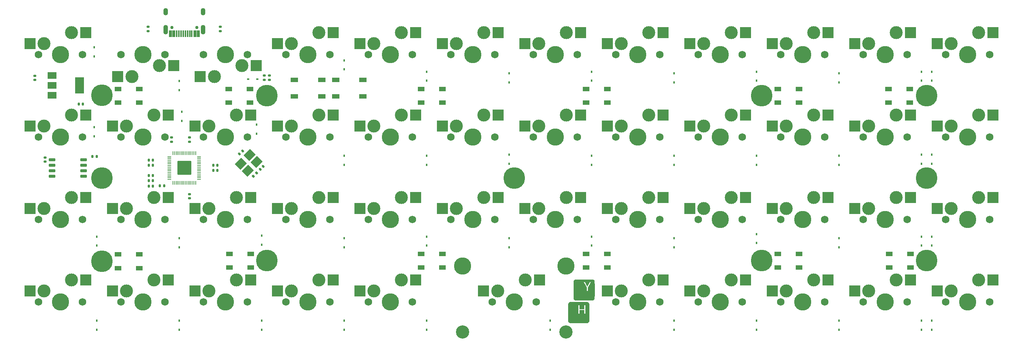
<source format=gbr>
%TF.GenerationSoftware,KiCad,Pcbnew,(6.0.0)*%
%TF.CreationDate,2023-08-19T11:13:56+07:00*%
%TF.ProjectId,pacman,7061636d-616e-42e6-9b69-6361645f7063,rev?*%
%TF.SameCoordinates,Original*%
%TF.FileFunction,Soldermask,Bot*%
%TF.FilePolarity,Negative*%
%FSLAX46Y46*%
G04 Gerber Fmt 4.6, Leading zero omitted, Abs format (unit mm)*
G04 Created by KiCad (PCBNEW (6.0.0)) date 2023-08-19 11:13:56*
%MOMM*%
%LPD*%
G01*
G04 APERTURE LIST*
G04 Aperture macros list*
%AMRoundRect*
0 Rectangle with rounded corners*
0 $1 Rounding radius*
0 $2 $3 $4 $5 $6 $7 $8 $9 X,Y pos of 4 corners*
0 Add a 4 corners polygon primitive as box body*
4,1,4,$2,$3,$4,$5,$6,$7,$8,$9,$2,$3,0*
0 Add four circle primitives for the rounded corners*
1,1,$1+$1,$2,$3*
1,1,$1+$1,$4,$5*
1,1,$1+$1,$6,$7*
1,1,$1+$1,$8,$9*
0 Add four rect primitives between the rounded corners*
20,1,$1+$1,$2,$3,$4,$5,0*
20,1,$1+$1,$4,$5,$6,$7,0*
20,1,$1+$1,$6,$7,$8,$9,0*
20,1,$1+$1,$8,$9,$2,$3,0*%
%AMRotRect*
0 Rectangle, with rotation*
0 The origin of the aperture is its center*
0 $1 length*
0 $2 width*
0 $3 Rotation angle, in degrees counterclockwise*
0 Add horizontal line*
21,1,$1,$2,0,0,$3*%
G04 Aperture macros list end*
%ADD10C,0.010000*%
%ADD11C,3.987800*%
%ADD12C,1.750000*%
%ADD13C,3.000000*%
%ADD14R,2.550000X2.500000*%
%ADD15C,5.000000*%
%ADD16C,3.048000*%
%ADD17R,0.450000X0.600000*%
%ADD18RoundRect,0.140000X-0.140000X-0.170000X0.140000X-0.170000X0.140000X0.170000X-0.140000X0.170000X0*%
%ADD19RoundRect,0.050000X-0.050000X0.387500X-0.050000X-0.387500X0.050000X-0.387500X0.050000X0.387500X0*%
%ADD20RoundRect,0.050000X-0.387500X0.050000X-0.387500X-0.050000X0.387500X-0.050000X0.387500X0.050000X0*%
%ADD21RoundRect,0.144000X-1.456000X1.456000X-1.456000X-1.456000X1.456000X-1.456000X1.456000X1.456000X0*%
%ADD22RoundRect,0.135000X-0.185000X0.135000X-0.185000X-0.135000X0.185000X-0.135000X0.185000X0.135000X0*%
%ADD23RoundRect,0.140000X0.170000X-0.140000X0.170000X0.140000X-0.170000X0.140000X-0.170000X-0.140000X0*%
%ADD24R,1.500000X1.000000*%
%ADD25RoundRect,0.135000X0.185000X-0.135000X0.185000X0.135000X-0.185000X0.135000X-0.185000X-0.135000X0*%
%ADD26RotRect,2.100000X1.800000X45.000000*%
%ADD27RoundRect,0.140000X-0.170000X0.140000X-0.170000X-0.140000X0.170000X-0.140000X0.170000X0.140000X0*%
%ADD28R,0.600000X0.450000*%
%ADD29RoundRect,0.140000X0.021213X-0.219203X0.219203X-0.021213X-0.021213X0.219203X-0.219203X0.021213X0*%
%ADD30RoundRect,0.140000X-0.021213X0.219203X-0.219203X0.021213X0.021213X-0.219203X0.219203X-0.021213X0*%
%ADD31RoundRect,0.150000X0.650000X0.150000X-0.650000X0.150000X-0.650000X-0.150000X0.650000X-0.150000X0*%
%ADD32C,0.750000*%
%ADD33RoundRect,0.050000X-0.300000X-0.725000X0.300000X-0.725000X0.300000X0.725000X-0.300000X0.725000X0*%
%ADD34RoundRect,0.050000X-0.150000X-0.725000X0.150000X-0.725000X0.150000X0.725000X-0.150000X0.725000X0*%
%ADD35O,1.100000X1.700000*%
%ADD36O,1.100000X2.200000*%
%ADD37RoundRect,0.140000X0.140000X0.170000X-0.140000X0.170000X-0.140000X-0.170000X0.140000X-0.170000X0*%
%ADD38R,2.000000X1.500000*%
%ADD39R,2.000000X3.800000*%
%ADD40RoundRect,0.135000X-0.035355X0.226274X-0.226274X0.035355X0.035355X-0.226274X0.226274X-0.035355X0*%
%ADD41R,1.700000X1.000000*%
%ADD42RoundRect,0.135000X0.135000X0.185000X-0.135000X0.185000X-0.135000X-0.185000X0.135000X-0.185000X0*%
G04 APERTURE END LIST*
D10*
%TO.C,Ref\u002A\u002A*%
X146164389Y-79389158D02*
X146043295Y-79471818D01*
X146043295Y-79471818D02*
X145949759Y-79585671D01*
X145949759Y-79585671D02*
X145917271Y-79646801D01*
X145917271Y-79646801D02*
X145911566Y-79662564D01*
X145911566Y-79662564D02*
X145906532Y-79685036D01*
X145906532Y-79685036D02*
X145902127Y-79716766D01*
X145902127Y-79716766D02*
X145898312Y-79760300D01*
X145898312Y-79760300D02*
X145895044Y-79818183D01*
X145895044Y-79818183D02*
X145892283Y-79892963D01*
X145892283Y-79892963D02*
X145889986Y-79987187D01*
X145889986Y-79987187D02*
X145888115Y-80103401D01*
X145888115Y-80103401D02*
X145886626Y-80244151D01*
X145886626Y-80244151D02*
X145885479Y-80411984D01*
X145885479Y-80411984D02*
X145884633Y-80609448D01*
X145884633Y-80609448D02*
X145884047Y-80839087D01*
X145884047Y-80839087D02*
X145883680Y-81103450D01*
X145883680Y-81103450D02*
X145883490Y-81405083D01*
X145883490Y-81405083D02*
X145883437Y-81742301D01*
X145883437Y-81742301D02*
X145883437Y-83763718D01*
X145883437Y-83763718D02*
X145929529Y-83849828D01*
X145929529Y-83849828D02*
X145992654Y-83941112D01*
X145992654Y-83941112D02*
X146075011Y-84023327D01*
X146075011Y-84023327D02*
X146163977Y-84085330D01*
X146163977Y-84085330D02*
X146225897Y-84111441D01*
X146225897Y-84111441D02*
X146262815Y-84115877D01*
X146262815Y-84115877D02*
X146339987Y-84119816D01*
X146339987Y-84119816D02*
X146457652Y-84123262D01*
X146457652Y-84123262D02*
X146616051Y-84126217D01*
X146616051Y-84126217D02*
X146815422Y-84128683D01*
X146815422Y-84128683D02*
X147056005Y-84130663D01*
X147056005Y-84130663D02*
X147338039Y-84132160D01*
X147338039Y-84132160D02*
X147661765Y-84133177D01*
X147661765Y-84133177D02*
X148027421Y-84133715D01*
X148027421Y-84133715D02*
X148296437Y-84133809D01*
X148296437Y-84133809D02*
X150286103Y-84133721D01*
X150286103Y-84133721D02*
X150391937Y-84083812D01*
X150391937Y-84083812D02*
X150493832Y-84024967D01*
X150493832Y-84024967D02*
X150567344Y-83953027D01*
X150567344Y-83953027D02*
X150625904Y-83854317D01*
X150625904Y-83854317D02*
X150633575Y-83837801D01*
X150633575Y-83837801D02*
X150640839Y-83821000D01*
X150640839Y-83821000D02*
X150647239Y-83802864D01*
X150647239Y-83802864D02*
X150652832Y-83780751D01*
X150652832Y-83780751D02*
X150657673Y-83752019D01*
X150657673Y-83752019D02*
X150661816Y-83714027D01*
X150661816Y-83714027D02*
X150665318Y-83664133D01*
X150665318Y-83664133D02*
X150668233Y-83599695D01*
X150668233Y-83599695D02*
X150670616Y-83518071D01*
X150670616Y-83518071D02*
X150672523Y-83416620D01*
X150672523Y-83416620D02*
X150674009Y-83292700D01*
X150674009Y-83292700D02*
X150675129Y-83143669D01*
X150675129Y-83143669D02*
X150675939Y-82966884D01*
X150675939Y-82966884D02*
X150676493Y-82759705D01*
X150676493Y-82759705D02*
X150676848Y-82519490D01*
X150676848Y-82519490D02*
X150677057Y-82243597D01*
X150677057Y-82243597D02*
X150677177Y-81929384D01*
X150677177Y-81929384D02*
X150677222Y-81750254D01*
X150677222Y-81750254D02*
X150677329Y-81405174D01*
X150677329Y-81405174D02*
X150677378Y-81099834D01*
X150677378Y-81099834D02*
X150677215Y-80831641D01*
X150677215Y-80831641D02*
X150676688Y-80598002D01*
X150676688Y-80598002D02*
X150675644Y-80396323D01*
X150675644Y-80396323D02*
X150673928Y-80224011D01*
X150673928Y-80224011D02*
X150671389Y-80078473D01*
X150671389Y-80078473D02*
X150667872Y-79957116D01*
X150667872Y-79957116D02*
X150665050Y-79896507D01*
X150665050Y-79896507D02*
X149869826Y-79896507D01*
X149869826Y-79896507D02*
X149858558Y-79918541D01*
X149858558Y-79918541D02*
X149829721Y-79973541D01*
X149829721Y-79973541D02*
X149785644Y-80057107D01*
X149785644Y-80057107D02*
X149728653Y-80164839D01*
X149728653Y-80164839D02*
X149661075Y-80292336D01*
X149661075Y-80292336D02*
X149585238Y-80435199D01*
X149585238Y-80435199D02*
X149518812Y-80560177D01*
X149518812Y-80560177D02*
X149174853Y-81206975D01*
X149174853Y-81206975D02*
X149174853Y-81975134D01*
X149174853Y-81975134D02*
X148836187Y-81975134D01*
X148836187Y-81975134D02*
X148836187Y-81230464D01*
X148836187Y-81230464D02*
X148484317Y-80570924D01*
X148484317Y-80570924D02*
X148402355Y-80417333D01*
X148402355Y-80417333D02*
X148326642Y-80275527D01*
X148326642Y-80275527D02*
X148259502Y-80149851D01*
X148259502Y-80149851D02*
X148203257Y-80044648D01*
X148203257Y-80044648D02*
X148160229Y-79964262D01*
X148160229Y-79964262D02*
X148132740Y-79913038D01*
X148132740Y-79913038D02*
X148123235Y-79895509D01*
X148123235Y-79895509D02*
X148138443Y-79888392D01*
X148138443Y-79888392D02*
X148186938Y-79882926D01*
X148186938Y-79882926D02*
X148259679Y-79879944D01*
X148259679Y-79879944D02*
X148295103Y-79879634D01*
X148295103Y-79879634D02*
X148476184Y-79879634D01*
X148476184Y-79879634D02*
X148730353Y-80387634D01*
X148730353Y-80387634D02*
X148798165Y-80522028D01*
X148798165Y-80522028D02*
X148860327Y-80643055D01*
X148860327Y-80643055D02*
X148914227Y-80745806D01*
X148914227Y-80745806D02*
X148957257Y-80825372D01*
X148957257Y-80825372D02*
X148986806Y-80876846D01*
X148986806Y-80876846D02*
X149000264Y-80895318D01*
X149000264Y-80895318D02*
X149000313Y-80895319D01*
X149000313Y-80895319D02*
X149013390Y-80876975D01*
X149013390Y-80876975D02*
X149042216Y-80825422D01*
X149042216Y-80825422D02*
X149084224Y-80745616D01*
X149084224Y-80745616D02*
X149136850Y-80642517D01*
X149136850Y-80642517D02*
X149197529Y-80521080D01*
X149197529Y-80521080D02*
X149263181Y-80387319D01*
X149263181Y-80387319D02*
X149510259Y-79879634D01*
X149510259Y-79879634D02*
X149693570Y-79879634D01*
X149693570Y-79879634D02*
X149774650Y-79881420D01*
X149774650Y-79881420D02*
X149835650Y-79886193D01*
X149835650Y-79886193D02*
X149867432Y-79893079D01*
X149867432Y-79893079D02*
X149869826Y-79896507D01*
X149869826Y-79896507D02*
X150665050Y-79896507D01*
X150665050Y-79896507D02*
X150663226Y-79857347D01*
X150663226Y-79857347D02*
X150657296Y-79776572D01*
X150657296Y-79776572D02*
X150649930Y-79712198D01*
X150649930Y-79712198D02*
X150640975Y-79661631D01*
X150640975Y-79661631D02*
X150630277Y-79622280D01*
X150630277Y-79622280D02*
X150617684Y-79591550D01*
X150617684Y-79591550D02*
X150603042Y-79566848D01*
X150603042Y-79566848D02*
X150586198Y-79545582D01*
X150586198Y-79545582D02*
X150567000Y-79525157D01*
X150567000Y-79525157D02*
X150545293Y-79502981D01*
X150545293Y-79502981D02*
X150544495Y-79502150D01*
X150544495Y-79502150D02*
X150480175Y-79445328D01*
X150480175Y-79445328D02*
X150406969Y-79394255D01*
X150406969Y-79394255D02*
X150391937Y-79385654D01*
X150391937Y-79385654D02*
X150307270Y-79339884D01*
X150307270Y-79339884D02*
X146264437Y-79339884D01*
X146264437Y-79339884D02*
X146164389Y-79389158D01*
X146164389Y-79389158D02*
X146164389Y-79389158D01*
G36*
X150671389Y-80078473D02*
G01*
X150673928Y-80224011D01*
X150675644Y-80396323D01*
X150676688Y-80598002D01*
X150677215Y-80831641D01*
X150677378Y-81099834D01*
X150677329Y-81405174D01*
X150677222Y-81750254D01*
X150677177Y-81929384D01*
X150677057Y-82243597D01*
X150676848Y-82519490D01*
X150676493Y-82759705D01*
X150675939Y-82966884D01*
X150675129Y-83143669D01*
X150674009Y-83292700D01*
X150672523Y-83416620D01*
X150670616Y-83518071D01*
X150668233Y-83599695D01*
X150665318Y-83664133D01*
X150661816Y-83714027D01*
X150657673Y-83752019D01*
X150652832Y-83780751D01*
X150647239Y-83802864D01*
X150640839Y-83821000D01*
X150633575Y-83837801D01*
X150625904Y-83854317D01*
X150567344Y-83953027D01*
X150493832Y-84024967D01*
X150391937Y-84083812D01*
X150286103Y-84133721D01*
X148296437Y-84133809D01*
X148027421Y-84133715D01*
X147661765Y-84133177D01*
X147338039Y-84132160D01*
X147056005Y-84130663D01*
X146815422Y-84128683D01*
X146616051Y-84126217D01*
X146457652Y-84123262D01*
X146339987Y-84119816D01*
X146262815Y-84115877D01*
X146225897Y-84111441D01*
X146163977Y-84085330D01*
X146075011Y-84023327D01*
X145992654Y-83941112D01*
X145929529Y-83849828D01*
X145883437Y-83763718D01*
X145883437Y-81742301D01*
X145883490Y-81405083D01*
X145883680Y-81103450D01*
X145884047Y-80839087D01*
X145884633Y-80609448D01*
X145885479Y-80411984D01*
X145886626Y-80244151D01*
X145888115Y-80103401D01*
X145889986Y-79987187D01*
X145892221Y-79895509D01*
X148123235Y-79895509D01*
X148132740Y-79913038D01*
X148160229Y-79964262D01*
X148203257Y-80044648D01*
X148259502Y-80149851D01*
X148326642Y-80275527D01*
X148402355Y-80417333D01*
X148484317Y-80570924D01*
X148836187Y-81230464D01*
X148836187Y-81975134D01*
X149174853Y-81975134D01*
X149174853Y-81206975D01*
X149518812Y-80560177D01*
X149585238Y-80435199D01*
X149661075Y-80292336D01*
X149728653Y-80164839D01*
X149785644Y-80057107D01*
X149829721Y-79973541D01*
X149858558Y-79918541D01*
X149869826Y-79896507D01*
X149867432Y-79893079D01*
X149835650Y-79886193D01*
X149774650Y-79881420D01*
X149693570Y-79879634D01*
X149510259Y-79879634D01*
X149263181Y-80387319D01*
X149197529Y-80521080D01*
X149136850Y-80642517D01*
X149084224Y-80745616D01*
X149042216Y-80825422D01*
X149013390Y-80876975D01*
X149000313Y-80895319D01*
X149000264Y-80895318D01*
X148986806Y-80876846D01*
X148957257Y-80825372D01*
X148914227Y-80745806D01*
X148860327Y-80643055D01*
X148798165Y-80522028D01*
X148730353Y-80387634D01*
X148476184Y-79879634D01*
X148295103Y-79879634D01*
X148259679Y-79879944D01*
X148186938Y-79882926D01*
X148138443Y-79888392D01*
X148123235Y-79895509D01*
X145892221Y-79895509D01*
X145892283Y-79892963D01*
X145895044Y-79818183D01*
X145898312Y-79760300D01*
X145902127Y-79716766D01*
X145906532Y-79685036D01*
X145911566Y-79662564D01*
X145917271Y-79646801D01*
X145949759Y-79585671D01*
X146043295Y-79471818D01*
X146164389Y-79389158D01*
X146264437Y-79339884D01*
X150307270Y-79339884D01*
X150391937Y-79385654D01*
X150406969Y-79394255D01*
X150480175Y-79445328D01*
X150544495Y-79502150D01*
X150545293Y-79502981D01*
X150567000Y-79525157D01*
X150586198Y-79545582D01*
X150603042Y-79566848D01*
X150617684Y-79591550D01*
X150630277Y-79622280D01*
X150640975Y-79661631D01*
X150649930Y-79712198D01*
X150657296Y-79776572D01*
X150663226Y-79857347D01*
X150665050Y-79896507D01*
X150667872Y-79957116D01*
X150671389Y-80078473D01*
G37*
X150671389Y-80078473D02*
X150673928Y-80224011D01*
X150675644Y-80396323D01*
X150676688Y-80598002D01*
X150677215Y-80831641D01*
X150677378Y-81099834D01*
X150677329Y-81405174D01*
X150677222Y-81750254D01*
X150677177Y-81929384D01*
X150677057Y-82243597D01*
X150676848Y-82519490D01*
X150676493Y-82759705D01*
X150675939Y-82966884D01*
X150675129Y-83143669D01*
X150674009Y-83292700D01*
X150672523Y-83416620D01*
X150670616Y-83518071D01*
X150668233Y-83599695D01*
X150665318Y-83664133D01*
X150661816Y-83714027D01*
X150657673Y-83752019D01*
X150652832Y-83780751D01*
X150647239Y-83802864D01*
X150640839Y-83821000D01*
X150633575Y-83837801D01*
X150625904Y-83854317D01*
X150567344Y-83953027D01*
X150493832Y-84024967D01*
X150391937Y-84083812D01*
X150286103Y-84133721D01*
X148296437Y-84133809D01*
X148027421Y-84133715D01*
X147661765Y-84133177D01*
X147338039Y-84132160D01*
X147056005Y-84130663D01*
X146815422Y-84128683D01*
X146616051Y-84126217D01*
X146457652Y-84123262D01*
X146339987Y-84119816D01*
X146262815Y-84115877D01*
X146225897Y-84111441D01*
X146163977Y-84085330D01*
X146075011Y-84023327D01*
X145992654Y-83941112D01*
X145929529Y-83849828D01*
X145883437Y-83763718D01*
X145883437Y-81742301D01*
X145883490Y-81405083D01*
X145883680Y-81103450D01*
X145884047Y-80839087D01*
X145884633Y-80609448D01*
X145885479Y-80411984D01*
X145886626Y-80244151D01*
X145888115Y-80103401D01*
X145889986Y-79987187D01*
X145892221Y-79895509D01*
X148123235Y-79895509D01*
X148132740Y-79913038D01*
X148160229Y-79964262D01*
X148203257Y-80044648D01*
X148259502Y-80149851D01*
X148326642Y-80275527D01*
X148402355Y-80417333D01*
X148484317Y-80570924D01*
X148836187Y-81230464D01*
X148836187Y-81975134D01*
X149174853Y-81975134D01*
X149174853Y-81206975D01*
X149518812Y-80560177D01*
X149585238Y-80435199D01*
X149661075Y-80292336D01*
X149728653Y-80164839D01*
X149785644Y-80057107D01*
X149829721Y-79973541D01*
X149858558Y-79918541D01*
X149869826Y-79896507D01*
X149867432Y-79893079D01*
X149835650Y-79886193D01*
X149774650Y-79881420D01*
X149693570Y-79879634D01*
X149510259Y-79879634D01*
X149263181Y-80387319D01*
X149197529Y-80521080D01*
X149136850Y-80642517D01*
X149084224Y-80745616D01*
X149042216Y-80825422D01*
X149013390Y-80876975D01*
X149000313Y-80895319D01*
X149000264Y-80895318D01*
X148986806Y-80876846D01*
X148957257Y-80825372D01*
X148914227Y-80745806D01*
X148860327Y-80643055D01*
X148798165Y-80522028D01*
X148730353Y-80387634D01*
X148476184Y-79879634D01*
X148295103Y-79879634D01*
X148259679Y-79879944D01*
X148186938Y-79882926D01*
X148138443Y-79888392D01*
X148123235Y-79895509D01*
X145892221Y-79895509D01*
X145892283Y-79892963D01*
X145895044Y-79818183D01*
X145898312Y-79760300D01*
X145902127Y-79716766D01*
X145906532Y-79685036D01*
X145911566Y-79662564D01*
X145917271Y-79646801D01*
X145949759Y-79585671D01*
X146043295Y-79471818D01*
X146164389Y-79389158D01*
X146264437Y-79339884D01*
X150307270Y-79339884D01*
X150391937Y-79385654D01*
X150406969Y-79394255D01*
X150480175Y-79445328D01*
X150544495Y-79502150D01*
X150545293Y-79502981D01*
X150567000Y-79525157D01*
X150586198Y-79545582D01*
X150603042Y-79566848D01*
X150617684Y-79591550D01*
X150630277Y-79622280D01*
X150640975Y-79661631D01*
X150649930Y-79712198D01*
X150657296Y-79776572D01*
X150663226Y-79857347D01*
X150665050Y-79896507D01*
X150667872Y-79957116D01*
X150671389Y-80078473D01*
X144906753Y-84614946D02*
X144809566Y-84684049D01*
X144809566Y-84684049D02*
X144725499Y-84775472D01*
X144725499Y-84775472D02*
X144665530Y-84875965D01*
X144665530Y-84875965D02*
X144647388Y-84927913D01*
X144647388Y-84927913D02*
X144642851Y-84963519D01*
X144642851Y-84963519D02*
X144638832Y-85032848D01*
X144638832Y-85032848D02*
X144635320Y-85136842D01*
X144635320Y-85136842D02*
X144632304Y-85276444D01*
X144632304Y-85276444D02*
X144629774Y-85452597D01*
X144629774Y-85452597D02*
X144627718Y-85666245D01*
X144627718Y-85666245D02*
X144626126Y-85918331D01*
X144626126Y-85918331D02*
X144624986Y-86209798D01*
X144624986Y-86209798D02*
X144624289Y-86541589D01*
X144624289Y-86541589D02*
X144624024Y-86914648D01*
X144624024Y-86914648D02*
X144624020Y-86965415D01*
X144624020Y-86965415D02*
X144623969Y-87309962D01*
X144623969Y-87309962D02*
X144623944Y-87614780D01*
X144623944Y-87614780D02*
X144624142Y-87882475D01*
X144624142Y-87882475D02*
X144624758Y-88115653D01*
X144624758Y-88115653D02*
X144625986Y-88316918D01*
X144625986Y-88316918D02*
X144628022Y-88488875D01*
X144628022Y-88488875D02*
X144631061Y-88634129D01*
X144631061Y-88634129D02*
X144635298Y-88755286D01*
X144635298Y-88755286D02*
X144640929Y-88854950D01*
X144640929Y-88854950D02*
X144648148Y-88935727D01*
X144648148Y-88935727D02*
X144657151Y-89000221D01*
X144657151Y-89000221D02*
X144668133Y-89051038D01*
X144668133Y-89051038D02*
X144681290Y-89090783D01*
X144681290Y-89090783D02*
X144696815Y-89122060D01*
X144696815Y-89122060D02*
X144714905Y-89147475D01*
X144714905Y-89147475D02*
X144735755Y-89169633D01*
X144735755Y-89169633D02*
X144759560Y-89191139D01*
X144759560Y-89191139D02*
X144786515Y-89214597D01*
X144786515Y-89214597D02*
X144792975Y-89220358D01*
X144792975Y-89220358D02*
X144891340Y-89293908D01*
X144891340Y-89293908D02*
X144985732Y-89336631D01*
X144985732Y-89336631D02*
X144992524Y-89338445D01*
X144992524Y-89338445D02*
X145028982Y-89342278D01*
X145028982Y-89342278D02*
X145104019Y-89345751D01*
X145104019Y-89345751D02*
X145213953Y-89348864D01*
X145213953Y-89348864D02*
X145355104Y-89351619D01*
X145355104Y-89351619D02*
X145523792Y-89354016D01*
X145523792Y-89354016D02*
X145716334Y-89356056D01*
X145716334Y-89356056D02*
X145929051Y-89357741D01*
X145929051Y-89357741D02*
X146158262Y-89359072D01*
X146158262Y-89359072D02*
X146400286Y-89360049D01*
X146400286Y-89360049D02*
X146651441Y-89360674D01*
X146651441Y-89360674D02*
X146908048Y-89360948D01*
X146908048Y-89360948D02*
X147166426Y-89360871D01*
X147166426Y-89360871D02*
X147422892Y-89360446D01*
X147422892Y-89360446D02*
X147673768Y-89359672D01*
X147673768Y-89359672D02*
X147915372Y-89358551D01*
X147915372Y-89358551D02*
X148144023Y-89357084D01*
X148144023Y-89357084D02*
X148356040Y-89355272D01*
X148356040Y-89355272D02*
X148547743Y-89353116D01*
X148547743Y-89353116D02*
X148715450Y-89350617D01*
X148715450Y-89350617D02*
X148855481Y-89347776D01*
X148855481Y-89347776D02*
X148964156Y-89344594D01*
X148964156Y-89344594D02*
X149037793Y-89341073D01*
X149037793Y-89341073D02*
X149072442Y-89337286D01*
X149072442Y-89337286D02*
X149158046Y-89298405D01*
X149158046Y-89298405D02*
X149246740Y-89231751D01*
X149246740Y-89231751D02*
X149325387Y-89148650D01*
X149325387Y-89148650D02*
X149371375Y-89079568D01*
X149371375Y-89079568D02*
X149418270Y-88991884D01*
X149418270Y-88991884D02*
X149418270Y-86959884D01*
X149418270Y-86959884D02*
X149418242Y-86620705D01*
X149418242Y-86620705D02*
X149418126Y-86321276D01*
X149418126Y-86321276D02*
X149417872Y-86059014D01*
X149417872Y-86059014D02*
X149417434Y-85831334D01*
X149417434Y-85831334D02*
X149416762Y-85635654D01*
X149416762Y-85635654D02*
X149415808Y-85469390D01*
X149415808Y-85469390D02*
X149414523Y-85329958D01*
X149414523Y-85329958D02*
X149412860Y-85214776D01*
X149412860Y-85214776D02*
X149412362Y-85192468D01*
X149412362Y-85192468D02*
X148561020Y-85192468D01*
X148561020Y-85192468D02*
X148561020Y-87287968D01*
X148561020Y-87287968D02*
X148222353Y-87287968D01*
X148222353Y-87287968D02*
X148222353Y-86377801D01*
X148222353Y-86377801D02*
X147269853Y-86377801D01*
X147269853Y-86377801D02*
X147269853Y-87287968D01*
X147269853Y-87287968D02*
X146931187Y-87287968D01*
X146931187Y-87287968D02*
X146931187Y-85192468D01*
X146931187Y-85192468D02*
X147269853Y-85192468D01*
X147269853Y-85192468D02*
X147269853Y-86123801D01*
X147269853Y-86123801D02*
X148222353Y-86123801D01*
X148222353Y-86123801D02*
X148222353Y-85192468D01*
X148222353Y-85192468D02*
X148561020Y-85192468D01*
X148561020Y-85192468D02*
X149412362Y-85192468D01*
X149412362Y-85192468D02*
X149410769Y-85121259D01*
X149410769Y-85121259D02*
X149408203Y-85046825D01*
X149408203Y-85046825D02*
X149405113Y-84988889D01*
X149405113Y-84988889D02*
X149401450Y-84944869D01*
X149401450Y-84944869D02*
X149397167Y-84912181D01*
X149397167Y-84912181D02*
X149392214Y-84888241D01*
X149392214Y-84888241D02*
X149386544Y-84870466D01*
X149386544Y-84870466D02*
X149380108Y-84856273D01*
X149380108Y-84856273D02*
X149378812Y-84853801D01*
X149378812Y-84853801D02*
X149288374Y-84726422D01*
X149288374Y-84726422D02*
X149170424Y-84629499D01*
X149170424Y-84629499D02*
X149143103Y-84613737D01*
X149143103Y-84613737D02*
X149058437Y-84568051D01*
X149058437Y-84568051D02*
X144994437Y-84568051D01*
X144994437Y-84568051D02*
X144906753Y-84614946D01*
X144906753Y-84614946D02*
X144906753Y-84614946D01*
G36*
X149414523Y-85329958D02*
G01*
X149415808Y-85469390D01*
X149416762Y-85635654D01*
X149417434Y-85831334D01*
X149417872Y-86059014D01*
X149418126Y-86321276D01*
X149418242Y-86620705D01*
X149418270Y-86959884D01*
X149418270Y-88991884D01*
X149371375Y-89079568D01*
X149325387Y-89148650D01*
X149246740Y-89231751D01*
X149158046Y-89298405D01*
X149072442Y-89337286D01*
X149037793Y-89341073D01*
X148964156Y-89344594D01*
X148855481Y-89347776D01*
X148715450Y-89350617D01*
X148547743Y-89353116D01*
X148356040Y-89355272D01*
X148144023Y-89357084D01*
X147915372Y-89358551D01*
X147673768Y-89359672D01*
X147422892Y-89360446D01*
X147166426Y-89360871D01*
X146908048Y-89360948D01*
X146651441Y-89360674D01*
X146400286Y-89360049D01*
X146158262Y-89359072D01*
X145929051Y-89357741D01*
X145716334Y-89356056D01*
X145523792Y-89354016D01*
X145355104Y-89351619D01*
X145213953Y-89348864D01*
X145104019Y-89345751D01*
X145028982Y-89342278D01*
X144992524Y-89338445D01*
X144985732Y-89336631D01*
X144891340Y-89293908D01*
X144792975Y-89220358D01*
X144786515Y-89214597D01*
X144759560Y-89191139D01*
X144735755Y-89169633D01*
X144714905Y-89147475D01*
X144696815Y-89122060D01*
X144681290Y-89090783D01*
X144668133Y-89051038D01*
X144657151Y-89000221D01*
X144648148Y-88935727D01*
X144640929Y-88854950D01*
X144635298Y-88755286D01*
X144631061Y-88634129D01*
X144628022Y-88488875D01*
X144625986Y-88316918D01*
X144624758Y-88115653D01*
X144624142Y-87882475D01*
X144623944Y-87614780D01*
X144623969Y-87309962D01*
X144623972Y-87287968D01*
X146931187Y-87287968D01*
X147269853Y-87287968D01*
X147269853Y-86377801D01*
X148222353Y-86377801D01*
X148222353Y-87287968D01*
X148561020Y-87287968D01*
X148561020Y-85192468D01*
X148222353Y-85192468D01*
X148222353Y-86123801D01*
X147269853Y-86123801D01*
X147269853Y-85192468D01*
X146931187Y-85192468D01*
X146931187Y-87287968D01*
X144623972Y-87287968D01*
X144624020Y-86965415D01*
X144624024Y-86914648D01*
X144624289Y-86541589D01*
X144624986Y-86209798D01*
X144626126Y-85918331D01*
X144627718Y-85666245D01*
X144629774Y-85452597D01*
X144632304Y-85276444D01*
X144635320Y-85136842D01*
X144638832Y-85032848D01*
X144642851Y-84963519D01*
X144647388Y-84927913D01*
X144665530Y-84875965D01*
X144725499Y-84775472D01*
X144809566Y-84684049D01*
X144906753Y-84614946D01*
X144994437Y-84568051D01*
X149058437Y-84568051D01*
X149143103Y-84613737D01*
X149170424Y-84629499D01*
X149288374Y-84726422D01*
X149378812Y-84853801D01*
X149380108Y-84856273D01*
X149386544Y-84870466D01*
X149392214Y-84888241D01*
X149397167Y-84912181D01*
X149401450Y-84944869D01*
X149405113Y-84988889D01*
X149408203Y-85046825D01*
X149410769Y-85121259D01*
X149412362Y-85192468D01*
X149412860Y-85214776D01*
X149414523Y-85329958D01*
G37*
X149414523Y-85329958D02*
X149415808Y-85469390D01*
X149416762Y-85635654D01*
X149417434Y-85831334D01*
X149417872Y-86059014D01*
X149418126Y-86321276D01*
X149418242Y-86620705D01*
X149418270Y-86959884D01*
X149418270Y-88991884D01*
X149371375Y-89079568D01*
X149325387Y-89148650D01*
X149246740Y-89231751D01*
X149158046Y-89298405D01*
X149072442Y-89337286D01*
X149037793Y-89341073D01*
X148964156Y-89344594D01*
X148855481Y-89347776D01*
X148715450Y-89350617D01*
X148547743Y-89353116D01*
X148356040Y-89355272D01*
X148144023Y-89357084D01*
X147915372Y-89358551D01*
X147673768Y-89359672D01*
X147422892Y-89360446D01*
X147166426Y-89360871D01*
X146908048Y-89360948D01*
X146651441Y-89360674D01*
X146400286Y-89360049D01*
X146158262Y-89359072D01*
X145929051Y-89357741D01*
X145716334Y-89356056D01*
X145523792Y-89354016D01*
X145355104Y-89351619D01*
X145213953Y-89348864D01*
X145104019Y-89345751D01*
X145028982Y-89342278D01*
X144992524Y-89338445D01*
X144985732Y-89336631D01*
X144891340Y-89293908D01*
X144792975Y-89220358D01*
X144786515Y-89214597D01*
X144759560Y-89191139D01*
X144735755Y-89169633D01*
X144714905Y-89147475D01*
X144696815Y-89122060D01*
X144681290Y-89090783D01*
X144668133Y-89051038D01*
X144657151Y-89000221D01*
X144648148Y-88935727D01*
X144640929Y-88854950D01*
X144635298Y-88755286D01*
X144631061Y-88634129D01*
X144628022Y-88488875D01*
X144625986Y-88316918D01*
X144624758Y-88115653D01*
X144624142Y-87882475D01*
X144623944Y-87614780D01*
X144623969Y-87309962D01*
X144623972Y-87287968D01*
X146931187Y-87287968D01*
X147269853Y-87287968D01*
X147269853Y-86377801D01*
X148222353Y-86377801D01*
X148222353Y-87287968D01*
X148561020Y-87287968D01*
X148561020Y-85192468D01*
X148222353Y-85192468D01*
X148222353Y-86123801D01*
X147269853Y-86123801D01*
X147269853Y-85192468D01*
X146931187Y-85192468D01*
X146931187Y-87287968D01*
X144623972Y-87287968D01*
X144624020Y-86965415D01*
X144624024Y-86914648D01*
X144624289Y-86541589D01*
X144624986Y-86209798D01*
X144626126Y-85918331D01*
X144627718Y-85666245D01*
X144629774Y-85452597D01*
X144632304Y-85276444D01*
X144635320Y-85136842D01*
X144638832Y-85032848D01*
X144642851Y-84963519D01*
X144647388Y-84927913D01*
X144665530Y-84875965D01*
X144725499Y-84775472D01*
X144809566Y-84684049D01*
X144906753Y-84614946D01*
X144994437Y-84568051D01*
X149058437Y-84568051D01*
X149143103Y-84613737D01*
X149170424Y-84629499D01*
X149288374Y-84726422D01*
X149378812Y-84853801D01*
X149380108Y-84856273D01*
X149386544Y-84870466D01*
X149392214Y-84888241D01*
X149397167Y-84912181D01*
X149401450Y-84944869D01*
X149405113Y-84988889D01*
X149408203Y-85046825D01*
X149410769Y-85121259D01*
X149412362Y-85192468D01*
X149412860Y-85214776D01*
X149414523Y-85329958D01*
%TD*%
D11*
%TO.C,SW1*%
X27374398Y-27384398D03*
D12*
X22294398Y-27384398D03*
D13*
X23564398Y-24844398D03*
X29914398Y-22304398D03*
D12*
X32454398Y-27384398D03*
D14*
X20289398Y-24844398D03*
X33216398Y-22304398D03*
%TD*%
D12*
%TO.C,SW12*%
X242004574Y-27384398D03*
D13*
X239464574Y-22304398D03*
D12*
X231844574Y-27384398D03*
D13*
X233114574Y-24844398D03*
D11*
X236924574Y-27384398D03*
D14*
X229839574Y-24844398D03*
X242766574Y-22304398D03*
%TD*%
D12*
%TO.C,SW20*%
X165814510Y-46434414D03*
D13*
X156924510Y-43894414D03*
D11*
X160734510Y-46434414D03*
D13*
X163274510Y-41354414D03*
D12*
X155654510Y-46434414D03*
D14*
X153649510Y-43894414D03*
X166576510Y-41354414D03*
%TD*%
D13*
%TO.C,SW16*%
X80724446Y-43894414D03*
D12*
X79454446Y-46434414D03*
X89614446Y-46434414D03*
D13*
X87074446Y-41354414D03*
D11*
X84534446Y-46434414D03*
D14*
X77449446Y-43894414D03*
X90376446Y-41354414D03*
%TD*%
D15*
%TO.C,*%
X36909840Y-75129384D03*
%TD*%
D11*
%TO.C,SW3*%
X65494430Y-27384398D03*
D13*
X69304430Y-29924398D03*
D12*
X70574430Y-27384398D03*
D13*
X62954430Y-32464398D03*
D12*
X60414430Y-27384398D03*
D14*
X59652430Y-32464398D03*
X72579430Y-29924398D03*
%TD*%
D15*
%TO.C,*%
X227412240Y-55960080D03*
%TD*%
D12*
%TO.C,SW6*%
X127714478Y-27384398D03*
D13*
X125174478Y-22304398D03*
X118824478Y-24844398D03*
D11*
X122634478Y-27384398D03*
D12*
X117554478Y-27384398D03*
D14*
X115549478Y-24844398D03*
X128476478Y-22304398D03*
%TD*%
D12*
%TO.C,SW4*%
X89614446Y-27384398D03*
D13*
X80724446Y-24844398D03*
D11*
X84534446Y-27384398D03*
D13*
X87074446Y-22304398D03*
D12*
X79454446Y-27384398D03*
D14*
X77449446Y-24844398D03*
X90376446Y-22304398D03*
%TD*%
D12*
%TO.C,SW23*%
X212804558Y-46434414D03*
D13*
X214074558Y-43894414D03*
X220424558Y-41354414D03*
D11*
X217884558Y-46434414D03*
D12*
X222964558Y-46434414D03*
D14*
X210799558Y-43894414D03*
X223726558Y-41354414D03*
%TD*%
D11*
%TO.C,SW35*%
X217874558Y-65484430D03*
D13*
X214064558Y-62944430D03*
D12*
X222954558Y-65484430D03*
X212794558Y-65484430D03*
D13*
X220414558Y-60404430D03*
D14*
X210789558Y-62944430D03*
X223716558Y-60404430D03*
%TD*%
D12*
%TO.C,SW46*%
X203914542Y-84534446D03*
D13*
X195024542Y-81994446D03*
X201374542Y-79454446D03*
D12*
X193754542Y-84534446D03*
D11*
X198834542Y-84534446D03*
D14*
X191749542Y-81994446D03*
X204676542Y-79454446D03*
%TD*%
D13*
%TO.C,SW10*%
X195024542Y-24844398D03*
X201374542Y-22304398D03*
D11*
X198834542Y-27384398D03*
D12*
X203914542Y-27384398D03*
X193754542Y-27384398D03*
D14*
X191749542Y-24844398D03*
X204676542Y-22304398D03*
%TD*%
D12*
%TO.C,SW27*%
X60404430Y-65484430D03*
X70564430Y-65484430D03*
D11*
X65484430Y-65484430D03*
D13*
X68024430Y-60404430D03*
X61674430Y-62944430D03*
D14*
X58399430Y-62944430D03*
X71326430Y-60404430D03*
%TD*%
D11*
%TO.C,SW40*%
X84524446Y-84534446D03*
D12*
X89604446Y-84534446D03*
X79444446Y-84534446D03*
D13*
X80714446Y-81994446D03*
X87064446Y-79454446D03*
D14*
X77439446Y-81994446D03*
X90366446Y-79454446D03*
%TD*%
D15*
%TO.C,*%
X132141190Y-55960048D03*
%TD*%
D11*
%TO.C,SW2*%
X46444414Y-27384398D03*
D13*
X50254414Y-29924398D03*
X43904414Y-32464398D03*
D12*
X41364414Y-27384398D03*
X51524414Y-27384398D03*
D14*
X40602414Y-32464398D03*
X53529414Y-29924398D03*
%TD*%
D15*
%TO.C,*%
X75010320Y-36909840D03*
%TD*%
D13*
%TO.C,SW14*%
X42624414Y-43894414D03*
D11*
X46434414Y-46434414D03*
D12*
X51514414Y-46434414D03*
X41354414Y-46434414D03*
D13*
X48974414Y-41354414D03*
D14*
X39349414Y-43894414D03*
X52276414Y-41354414D03*
%TD*%
D11*
%TO.C,SW8*%
X160734510Y-27384398D03*
D13*
X156924510Y-24844398D03*
X163274510Y-22304398D03*
D12*
X165814510Y-27384398D03*
X155654510Y-27384398D03*
D14*
X153649510Y-24844398D03*
X166576510Y-22304398D03*
%TD*%
D13*
%TO.C,SW26*%
X42624414Y-62944430D03*
D12*
X51514414Y-65484430D03*
X41354414Y-65484430D03*
D11*
X46434414Y-65484430D03*
D13*
X48974414Y-60404430D03*
D14*
X39349414Y-62944430D03*
X52276414Y-60404430D03*
%TD*%
D12*
%TO.C,SW32*%
X165814510Y-65484430D03*
X155654510Y-65484430D03*
D11*
X160734510Y-65484430D03*
D13*
X156924510Y-62944430D03*
X163274510Y-60404430D03*
D14*
X153649510Y-62944430D03*
X166576510Y-60404430D03*
%TD*%
D12*
%TO.C,SW47*%
X222964558Y-84534446D03*
D13*
X214074558Y-81994446D03*
D12*
X212804558Y-84534446D03*
D13*
X220424558Y-79454446D03*
D11*
X217884558Y-84534446D03*
D14*
X210799558Y-81994446D03*
X223726558Y-79454446D03*
%TD*%
D15*
%TO.C,*%
X75010320Y-75010320D03*
%TD*%
D11*
%TO.C,SW21*%
X179784526Y-46434414D03*
D13*
X175974526Y-43894414D03*
D12*
X184864526Y-46434414D03*
D13*
X182324526Y-41354414D03*
D12*
X174704526Y-46434414D03*
D14*
X172699526Y-43894414D03*
X185626526Y-41354414D03*
%TD*%
D12*
%TO.C,SW25*%
X32464398Y-65484430D03*
D13*
X29924398Y-60404430D03*
X23574398Y-62944430D03*
D12*
X22304398Y-65484430D03*
D11*
X27384398Y-65484430D03*
D14*
X20299398Y-62944430D03*
X33226398Y-60404430D03*
%TD*%
D15*
%TO.C,*%
X189311760Y-75010320D03*
%TD*%
D11*
%TO.C,SW13*%
X27384398Y-46434414D03*
D12*
X32464398Y-46434414D03*
D13*
X23574398Y-43894414D03*
X29924398Y-41354414D03*
D12*
X22304398Y-46434414D03*
D14*
X20299398Y-43894414D03*
X33226398Y-41354414D03*
%TD*%
D13*
%TO.C,SW36*%
X239474574Y-60404430D03*
X233124574Y-62944430D03*
D11*
X236934574Y-65484430D03*
D12*
X231854574Y-65484430D03*
X242014574Y-65484430D03*
D14*
X229849574Y-62944430D03*
X242776574Y-60404430D03*
%TD*%
D12*
%TO.C,SW15*%
X60404430Y-46434414D03*
D13*
X61674430Y-43894414D03*
D11*
X65484430Y-46434414D03*
D13*
X68024430Y-41354414D03*
D12*
X70564430Y-46434414D03*
D14*
X58399430Y-43894414D03*
X71326430Y-41354414D03*
%TD*%
D11*
%TO.C,SW33*%
X179774526Y-65484430D03*
D13*
X175964526Y-62944430D03*
D12*
X174694526Y-65484430D03*
X184854526Y-65484430D03*
D13*
X182314526Y-60404430D03*
D14*
X172689526Y-62944430D03*
X185616526Y-60404430D03*
%TD*%
D12*
%TO.C,SW39*%
X70564430Y-84534446D03*
X60404430Y-84534446D03*
D11*
X65484430Y-84534446D03*
D13*
X61674430Y-81994446D03*
X68024430Y-79454446D03*
D14*
X58399430Y-81994446D03*
X71326430Y-79454446D03*
%TD*%
D13*
%TO.C,SW38*%
X42624414Y-81994446D03*
D12*
X51514414Y-84534446D03*
X41354414Y-84534446D03*
D13*
X48974414Y-79454446D03*
D11*
X46434414Y-84534446D03*
D14*
X39349414Y-81994446D03*
X52276414Y-79454446D03*
%TD*%
D12*
%TO.C,SW17*%
X108664462Y-46434414D03*
X98504462Y-46434414D03*
D13*
X99774462Y-43894414D03*
D11*
X103584462Y-46434414D03*
D13*
X106124462Y-41354414D03*
D14*
X96499462Y-43894414D03*
X109426462Y-41354414D03*
%TD*%
D11*
%TO.C,SW41*%
X103584462Y-84534446D03*
D12*
X98504462Y-84534446D03*
X108664462Y-84534446D03*
D13*
X106124462Y-79454446D03*
X99774462Y-81994446D03*
D14*
X96499462Y-81994446D03*
X109426462Y-79454446D03*
%TD*%
D13*
%TO.C,SW44*%
X163264510Y-79454446D03*
D12*
X165804510Y-84534446D03*
X155644510Y-84534446D03*
D11*
X160724510Y-84534446D03*
D13*
X156914510Y-81994446D03*
D14*
X153639510Y-81994446D03*
X166566510Y-79454446D03*
%TD*%
D15*
%TO.C,*%
X189311760Y-36909840D03*
%TD*%
D13*
%TO.C,SW19*%
X144214494Y-41354414D03*
D12*
X146754494Y-46434414D03*
D11*
X141674494Y-46434414D03*
D13*
X137864494Y-43894414D03*
D12*
X136594494Y-46434414D03*
D14*
X134589494Y-43894414D03*
X147516494Y-41354414D03*
%TD*%
D15*
%TO.C,REF\u002A\u002A*%
X36909840Y-36790776D03*
%TD*%
D13*
%TO.C,SW7*%
X144214494Y-22304398D03*
D11*
X141674494Y-27384398D03*
D12*
X136594494Y-27384398D03*
D13*
X137864494Y-24844398D03*
D12*
X146754494Y-27384398D03*
D14*
X134589494Y-24844398D03*
X147516494Y-22304398D03*
%TD*%
D13*
%TO.C,SW5*%
X106124462Y-22304398D03*
D12*
X98504462Y-27384398D03*
D11*
X103584462Y-27384398D03*
D12*
X108664462Y-27384398D03*
D13*
X99774462Y-24844398D03*
D14*
X96499462Y-24844398D03*
X109426462Y-22304398D03*
%TD*%
D12*
%TO.C,SW45*%
X184864526Y-84534446D03*
X174704526Y-84534446D03*
D11*
X179784526Y-84534446D03*
D13*
X175974526Y-81994446D03*
X182324526Y-79454446D03*
D14*
X172699526Y-81994446D03*
X185626526Y-79454446D03*
%TD*%
D11*
%TO.C,SW34*%
X198834542Y-65484430D03*
D13*
X201374542Y-60404430D03*
D12*
X203914542Y-65484430D03*
D13*
X195024542Y-62944430D03*
D12*
X193754542Y-65484430D03*
D14*
X191749542Y-62944430D03*
X204676542Y-60404430D03*
%TD*%
D12*
%TO.C,SW28*%
X79444446Y-65484430D03*
D11*
X84524446Y-65484430D03*
D13*
X87064446Y-60404430D03*
X80714446Y-62944430D03*
D12*
X89604446Y-65484430D03*
D14*
X77439446Y-62944430D03*
X90366446Y-60404430D03*
%TD*%
D13*
%TO.C,SW9*%
X175974526Y-24844398D03*
D12*
X184864526Y-27384398D03*
D11*
X179784526Y-27384398D03*
D12*
X174704526Y-27384398D03*
D13*
X182324526Y-22304398D03*
D14*
X172699526Y-24844398D03*
X185626526Y-22304398D03*
%TD*%
D12*
%TO.C,SW24*%
X231854574Y-46434414D03*
D11*
X236934574Y-46434414D03*
D13*
X239474574Y-41354414D03*
X233124574Y-43894414D03*
D12*
X242014574Y-46434414D03*
D14*
X229849574Y-43894414D03*
X242776574Y-41354414D03*
%TD*%
D12*
%TO.C,SW48*%
X242014574Y-84534446D03*
X231854574Y-84534446D03*
D13*
X239474574Y-79454446D03*
D11*
X236934574Y-84534446D03*
D13*
X233124574Y-81994446D03*
D14*
X229849574Y-81994446D03*
X242776574Y-79454446D03*
%TD*%
D12*
%TO.C,SW29*%
X108664462Y-65484430D03*
D13*
X99774462Y-62944430D03*
D11*
X103584462Y-65484430D03*
D12*
X98504462Y-65484430D03*
D13*
X106124462Y-60404430D03*
D14*
X96499462Y-62944430D03*
X109426462Y-60404430D03*
%TD*%
D13*
%TO.C,SW18*%
X125174478Y-41354414D03*
D12*
X127714478Y-46434414D03*
X117554478Y-46434414D03*
D13*
X118824478Y-43894414D03*
D11*
X122634478Y-46434414D03*
D14*
X115549478Y-43894414D03*
X128476478Y-41354414D03*
%TD*%
D15*
%TO.C,*%
X36909840Y-55960080D03*
%TD*%
%TO.C,*%
X227412240Y-36909840D03*
%TD*%
%TO.C,*%
X227412240Y-75010320D03*
%TD*%
D12*
%TO.C,SW22*%
X193754542Y-46434414D03*
D13*
X201374542Y-41354414D03*
D12*
X203914542Y-46434414D03*
D13*
X195024542Y-43894414D03*
D11*
X198834542Y-46434414D03*
D14*
X191749542Y-43894414D03*
X204676542Y-41354414D03*
%TD*%
D12*
%TO.C,SW37*%
X22304398Y-84534446D03*
X32464398Y-84534446D03*
D13*
X23574398Y-81994446D03*
X29924398Y-79454446D03*
D11*
X27384398Y-84534446D03*
D14*
X20299398Y-81994446D03*
X33226398Y-79454446D03*
%TD*%
D12*
%TO.C,SW11*%
X222964558Y-27384398D03*
D11*
X217884558Y-27384398D03*
D13*
X220424558Y-22304398D03*
X214074558Y-24844398D03*
D12*
X212804558Y-27384398D03*
D14*
X210799558Y-24844398D03*
X223726558Y-22304398D03*
%TD*%
D11*
%TO.C,SW30*%
X122634478Y-65484430D03*
D13*
X125174478Y-60404430D03*
D12*
X117554478Y-65484430D03*
D13*
X118824478Y-62944430D03*
D12*
X127714478Y-65484430D03*
D14*
X115549478Y-62944430D03*
X128476478Y-60404430D03*
%TD*%
D12*
%TO.C,SW31*%
X136594494Y-65484430D03*
D13*
X144214494Y-60404430D03*
X137864494Y-62944430D03*
D11*
X141674494Y-65484430D03*
D12*
X146754494Y-65484430D03*
D14*
X134589494Y-62944430D03*
X147516494Y-60404430D03*
%TD*%
D11*
%TO.C,SW42_2*%
X120221486Y-76279446D03*
X144097486Y-76279446D03*
D12*
X137239486Y-84534446D03*
D11*
X132159486Y-84534446D03*
D16*
X120221486Y-91519446D03*
D13*
X128349486Y-81994446D03*
D16*
X144097486Y-91519446D03*
D12*
X127079486Y-84534446D03*
D13*
X134699486Y-79454446D03*
D14*
X125074486Y-81994446D03*
X138001486Y-79454446D03*
%TD*%
D17*
%TO.C,D35*%
X226218940Y-71535888D03*
X226218940Y-69435888D03*
%TD*%
%TO.C,D40*%
X92868828Y-90942263D03*
X92868828Y-88842263D03*
%TD*%
%TO.C,D21*%
X188118908Y-52842231D03*
X188118908Y-50742231D03*
%TD*%
D18*
%TO.C,C15*%
X31570000Y-38850000D03*
X32530000Y-38850000D03*
%TD*%
D19*
%TO.C,U2*%
X53359422Y-50140670D03*
X53759422Y-50140670D03*
X54159422Y-50140670D03*
X54559422Y-50140670D03*
X54959422Y-50140670D03*
X55359422Y-50140670D03*
X55759422Y-50140670D03*
X56159422Y-50140670D03*
X56559422Y-50140670D03*
X56959422Y-50140670D03*
X57359422Y-50140670D03*
X57759422Y-50140670D03*
X58159422Y-50140670D03*
X58559422Y-50140670D03*
D20*
X59396922Y-50978170D03*
X59396922Y-51378170D03*
X59396922Y-51778170D03*
X59396922Y-52178170D03*
X59396922Y-52578170D03*
X59396922Y-52978170D03*
X59396922Y-53378170D03*
X59396922Y-53778170D03*
X59396922Y-54178170D03*
X59396922Y-54578170D03*
X59396922Y-54978170D03*
X59396922Y-55378170D03*
X59396922Y-55778170D03*
X59396922Y-56178170D03*
D19*
X58559422Y-57015670D03*
X58159422Y-57015670D03*
X57759422Y-57015670D03*
X57359422Y-57015670D03*
X56959422Y-57015670D03*
X56559422Y-57015670D03*
X56159422Y-57015670D03*
X55759422Y-57015670D03*
X55359422Y-57015670D03*
X54959422Y-57015670D03*
X54559422Y-57015670D03*
X54159422Y-57015670D03*
X53759422Y-57015670D03*
X53359422Y-57015670D03*
D20*
X52521922Y-56178170D03*
X52521922Y-55778170D03*
X52521922Y-55378170D03*
X52521922Y-54978170D03*
X52521922Y-54578170D03*
X52521922Y-54178170D03*
X52521922Y-53778170D03*
X52521922Y-53378170D03*
X52521922Y-52978170D03*
X52521922Y-52578170D03*
X52521922Y-52178170D03*
X52521922Y-51778170D03*
X52521922Y-51378170D03*
X52521922Y-50978170D03*
D21*
X55959422Y-53578170D03*
%TD*%
D22*
%TO.C,R5*%
X64293804Y-20921268D03*
X64293804Y-21941268D03*
%TD*%
D17*
%TO.C,D32*%
X169068892Y-71892247D03*
X169068892Y-69792247D03*
%TD*%
D23*
%TO.C,C9*%
X57150048Y-47509727D03*
X57150048Y-46549727D03*
%TD*%
D24*
%TO.C,RGB10*%
X115559470Y-73409438D03*
X115559470Y-76609438D03*
X110659470Y-76609438D03*
X110659470Y-73409438D03*
%TD*%
D25*
%TO.C,R3*%
X74414125Y-33252215D03*
X74414125Y-32232215D03*
%TD*%
D17*
%TO.C,D30*%
X130968860Y-71892247D03*
X130968860Y-69792247D03*
%TD*%
D26*
%TO.C,Y1*%
X69003769Y-52599676D03*
X71054379Y-50549066D03*
X72680725Y-52175412D03*
X70630115Y-54226022D03*
%TD*%
D17*
%TO.C,D34*%
X207168924Y-71892247D03*
X207168924Y-69792247D03*
%TD*%
%TO.C,D1*%
X35123467Y-27839085D03*
X35123467Y-25739085D03*
%TD*%
D24*
%TO.C,RGB6*%
X223551848Y-35309406D03*
X223551848Y-38509406D03*
X218651848Y-38509406D03*
X218651848Y-35309406D03*
%TD*%
D27*
%TO.C,C7*%
X57150048Y-59646613D03*
X57150048Y-60606613D03*
%TD*%
D17*
%TO.C,D4*%
X92868828Y-30815650D03*
X92868828Y-28715650D03*
%TD*%
D28*
%TO.C,D3*%
X70745592Y-33099792D03*
X72845592Y-33099792D03*
%TD*%
D29*
%TO.C,C13*%
X73479401Y-53917581D03*
X74158223Y-53238759D03*
%TD*%
D17*
%TO.C,D9*%
X188118908Y-33435408D03*
X188118908Y-31335408D03*
%TD*%
%TO.C,D17*%
X111918844Y-52842231D03*
X111918844Y-50742231D03*
%TD*%
%TO.C,D11*%
X226218940Y-33435408D03*
X226218940Y-31335408D03*
%TD*%
D30*
%TO.C,C12*%
X69395719Y-49666881D03*
X68716897Y-50345703D03*
%TD*%
D17*
%TO.C,D6*%
X130968860Y-33792215D03*
X130968860Y-31692215D03*
%TD*%
%TO.C,D14*%
X55364109Y-42721910D03*
X55364109Y-40621910D03*
%TD*%
D31*
%TO.C,U3*%
X32651616Y-51673170D03*
X32651616Y-52943170D03*
X32651616Y-54213170D03*
X32651616Y-55483170D03*
X25451616Y-55483170D03*
X25451616Y-54213170D03*
X25451616Y-52943170D03*
X25451616Y-51673170D03*
%TD*%
D17*
%TO.C,D44*%
X169068892Y-90942263D03*
X169068892Y-88842263D03*
%TD*%
D24*
%TO.C,RGB7*%
X223670912Y-73409438D03*
X223670912Y-76609438D03*
X218770912Y-76609438D03*
X218770912Y-73409438D03*
%TD*%
D17*
%TO.C,D7*%
X150018876Y-33435408D03*
X150018876Y-31335408D03*
%TD*%
D24*
%TO.C,RGB9*%
X153659502Y-73409438D03*
X153659502Y-76609438D03*
X148759502Y-76609438D03*
X148759502Y-73409438D03*
%TD*%
D17*
%TO.C,D45*%
X188118908Y-90942263D03*
X188118908Y-88842263D03*
%TD*%
%TO.C,D13*%
X35123467Y-46293788D03*
X35123467Y-44193788D03*
%TD*%
D32*
%TO.C,USB1*%
X53069422Y-21137516D03*
X58849422Y-21137516D03*
D33*
X52734422Y-22582516D03*
X53509422Y-22582516D03*
D34*
X54209422Y-22582516D03*
X54709422Y-22582516D03*
X55209422Y-22582516D03*
X55709422Y-22582516D03*
X56209422Y-22582516D03*
X56709422Y-22582516D03*
X57209422Y-22582516D03*
X57709422Y-22582516D03*
D33*
X58409422Y-22582516D03*
X59184422Y-22582516D03*
D35*
X60279422Y-17487516D03*
X51639422Y-17487516D03*
D36*
X51639422Y-21667516D03*
X60279422Y-21667516D03*
%TD*%
D17*
%TO.C,D27*%
X73818812Y-71297760D03*
X73818812Y-69197760D03*
%TD*%
%TO.C,D24*%
X228600192Y-52604712D03*
X228600192Y-50504712D03*
%TD*%
D18*
%TO.C,C8*%
X62623178Y-52982857D03*
X63583178Y-52982857D03*
%TD*%
D17*
%TO.C,D46*%
X207168924Y-90942263D03*
X207168924Y-88842263D03*
%TD*%
D24*
%TO.C,RGB4*%
X153659502Y-35309406D03*
X153659502Y-38509406D03*
X148759502Y-38509406D03*
X148759502Y-35309406D03*
%TD*%
D27*
%TO.C,C14*%
X21431268Y-32262215D03*
X21431268Y-33222215D03*
%TD*%
D17*
%TO.C,D42*%
X140493868Y-90942263D03*
X140493868Y-88842263D03*
%TD*%
%TO.C,D8*%
X169068892Y-33792215D03*
X169068892Y-31692215D03*
%TD*%
D24*
%TO.C,RGB3*%
X115559470Y-35309406D03*
X115559470Y-38509406D03*
X110659470Y-38509406D03*
X110659470Y-35309406D03*
%TD*%
%TO.C,RGB12*%
X45551168Y-73529384D03*
X45551168Y-76729384D03*
X40651168Y-76729384D03*
X40651168Y-73529384D03*
%TD*%
D37*
%TO.C,C1*%
X48700353Y-55364109D03*
X47740353Y-55364109D03*
%TD*%
D17*
%TO.C,D2*%
X54768796Y-35578154D03*
X54768796Y-33478154D03*
%TD*%
%TO.C,D12*%
X228600192Y-33435408D03*
X228600192Y-31335408D03*
%TD*%
D27*
%TO.C,C16*%
X23812800Y-51193776D03*
X23812800Y-52153776D03*
%TD*%
D17*
%TO.C,D15*%
X72628186Y-45698475D03*
X72628186Y-43598475D03*
%TD*%
D37*
%TO.C,C11*%
X48700353Y-56554735D03*
X47740353Y-56554735D03*
%TD*%
%TO.C,C6*%
X48700353Y-57745361D03*
X47740353Y-57745361D03*
%TD*%
D17*
%TO.C,D37*%
X35718780Y-90942263D03*
X35718780Y-88842263D03*
%TD*%
D37*
%TO.C,C2*%
X48700353Y-51792231D03*
X47740353Y-51792231D03*
%TD*%
D24*
%TO.C,RGB2*%
X71149928Y-35309406D03*
X71149928Y-38509406D03*
X66249928Y-38509406D03*
X66249928Y-35309406D03*
%TD*%
D22*
%TO.C,R4*%
X47625040Y-20921268D03*
X47625040Y-21941268D03*
%TD*%
D17*
%TO.C,D36*%
X228600192Y-71535888D03*
X228600192Y-69435888D03*
%TD*%
%TO.C,D26*%
X54768796Y-71892247D03*
X54768796Y-69792247D03*
%TD*%
%TO.C,D28*%
X92868828Y-71892247D03*
X92868828Y-69792247D03*
%TD*%
D18*
%TO.C,C10*%
X62623178Y-54173483D03*
X63583178Y-54173483D03*
%TD*%
D17*
%TO.C,D20*%
X169068892Y-52842231D03*
X169068892Y-50742231D03*
%TD*%
%TO.C,D22*%
X207168924Y-52842231D03*
X207168924Y-50742231D03*
%TD*%
%TO.C,D23*%
X226218940Y-52604712D03*
X226218940Y-50504712D03*
%TD*%
D24*
%TO.C,RGB11*%
X71268992Y-73409438D03*
X71268992Y-76609438D03*
X66368992Y-76609438D03*
X66368992Y-73409438D03*
%TD*%
D38*
%TO.C,U1*%
X25425024Y-36828154D03*
D39*
X31725024Y-34528154D03*
D38*
X25425024Y-34528154D03*
X25425024Y-32228154D03*
%TD*%
D40*
%TO.C,R2*%
X72628186Y-54768796D03*
X71906938Y-55490044D03*
%TD*%
D41*
%TO.C,J2*%
X81384446Y-33223467D03*
X87684446Y-33223467D03*
X81384446Y-37023467D03*
X87684446Y-37023467D03*
%TD*%
D37*
%TO.C,C3*%
X48700353Y-52982857D03*
X47740353Y-52982857D03*
%TD*%
D17*
%TO.C,D33*%
X188118908Y-70940568D03*
X188118908Y-68840568D03*
%TD*%
D24*
%TO.C,RGB1*%
X45551168Y-35309406D03*
X45551168Y-38509406D03*
X40651168Y-38509406D03*
X40651168Y-35309406D03*
%TD*%
D17*
%TO.C,D48*%
X228600192Y-90942263D03*
X228600192Y-88842263D03*
%TD*%
%TO.C,D16*%
X92868828Y-52842231D03*
X92868828Y-50742231D03*
%TD*%
%TO.C,D25*%
X35718780Y-71535888D03*
X35718780Y-69435888D03*
%TD*%
%TO.C,D19*%
X150018876Y-52842231D03*
X150018876Y-50742231D03*
%TD*%
D37*
%TO.C,C5*%
X51280000Y-57700000D03*
X50320000Y-57700000D03*
%TD*%
D17*
%TO.C,D47*%
X226218940Y-90942263D03*
X226218940Y-88842263D03*
%TD*%
D24*
%TO.C,RGB8*%
X197953088Y-73409438D03*
X197953088Y-76609438D03*
X193053088Y-76609438D03*
X193053088Y-73409438D03*
%TD*%
D17*
%TO.C,D18*%
X130968860Y-52604712D03*
X130968860Y-50504712D03*
%TD*%
%TO.C,D38*%
X54768796Y-90942263D03*
X54768796Y-88842263D03*
%TD*%
D25*
%TO.C,R1*%
X75604751Y-33252215D03*
X75604751Y-32232215D03*
%TD*%
D41*
%TO.C,J1*%
X90909454Y-33223467D03*
X97209454Y-33223467D03*
X90909454Y-37023467D03*
X97209454Y-37023467D03*
%TD*%
D17*
%TO.C,D5*%
X111918844Y-33435408D03*
X111918844Y-31335408D03*
%TD*%
D24*
%TO.C,RGB5*%
X197953088Y-35309406D03*
X197953088Y-38509406D03*
X193053088Y-38509406D03*
X193053088Y-35309406D03*
%TD*%
D17*
%TO.C,D10*%
X207168924Y-33792215D03*
X207168924Y-31692215D03*
%TD*%
%TO.C,D29*%
X111918844Y-71535888D03*
X111918844Y-69435888D03*
%TD*%
%TO.C,D39*%
X73818812Y-90942263D03*
X73818812Y-88842263D03*
%TD*%
D42*
%TO.C,R6*%
X35752944Y-50959392D03*
X34732944Y-50959392D03*
%TD*%
D23*
%TO.C,C4*%
X52982857Y-47509727D03*
X52982857Y-46549727D03*
%TD*%
D17*
%TO.C,D41*%
X111918844Y-90942263D03*
X111918844Y-88842263D03*
%TD*%
%TO.C,D31*%
X150018876Y-71535888D03*
X150018876Y-69435888D03*
%TD*%
M02*

</source>
